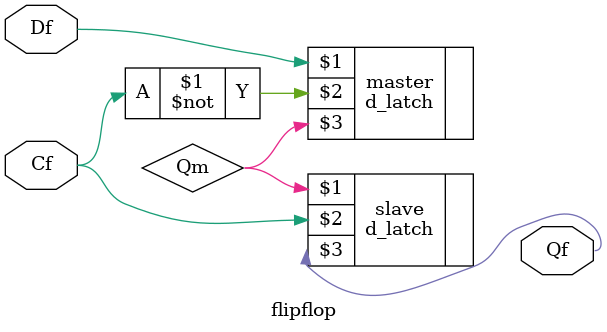
<source format=v>
module flipflop (Df,
                 Cf,
                 Qf);
    input Df , Cf ;
    output Qf ;
    wire Qm ;
    d_latch master (Df , ~Cf , Qm);
    d_latch slave (Qm , Cf , Qf);
endmodule

</source>
